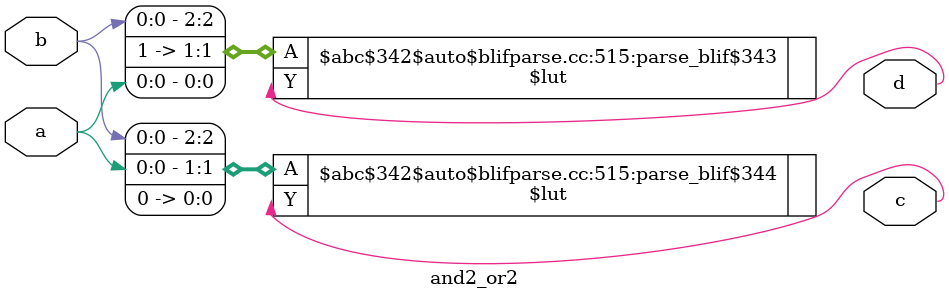
<source format=v>
/* Generated by Yosys 0.17+76 (git sha1 035496b50, gcc 9.1.0 -fPIC -Os) */

(* top =  1  *)
(* src = "./rtl/and2_or2/and2_or2.v:8.1-22.10" *)
module and2_or2(a, b, c, d);
  (* src = "./rtl/and2_or2/and2_or2.v:14.12-14.13" *)
  input a;
  wire a;
  (* src = "./rtl/and2_or2/and2_or2.v:15.12-15.13" *)
  input b;
  wire b;
  (* src = "./rtl/and2_or2/and2_or2.v:16.13-16.14" *)
  output c;
  wire c;
  (* src = "./rtl/and2_or2/and2_or2.v:17.13-17.14" *)
  output d;
  wire d;
  \$lut  #(
    .LUT(8'hca),
    .WIDTH(32'd3)
  ) \$abc$342$auto$blifparse.cc:515:parse_blif$343  (
    .A({ b, 1'h1, a }),
    .Y(d)
  );
  \$lut  #(
    .LUT(8'hca),
    .WIDTH(32'd3)
  ) \$abc$342$auto$blifparse.cc:515:parse_blif$344  (
    .A({ b, a, 1'h0 }),
    .Y(c)
  );
endmodule

</source>
